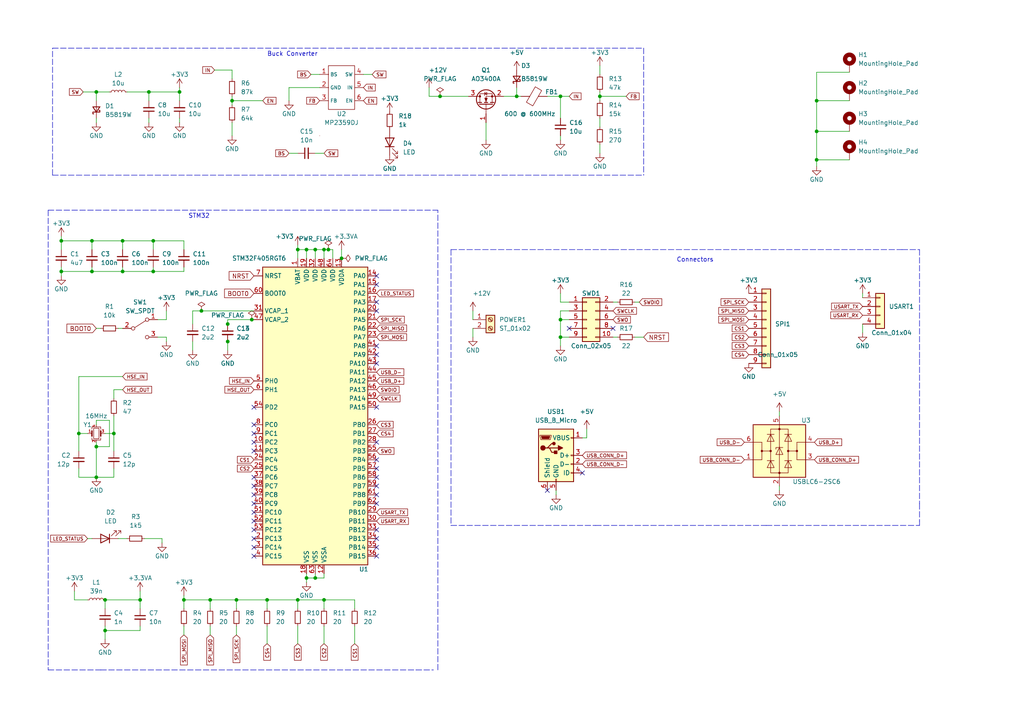
<source format=kicad_sch>
(kicad_sch (version 20211123) (generator eeschema)
  (paper "A4")
  (title_block (title "MCU") (date "2022-10-27") (rev "1.0") (company "RoBEC"))
  (junction (at 86.36 173.99))
  (junction (at 91.44 167.64))
  (junction (at 44.45 78.74))
  (junction (at 236.855 38.1))
  (junction (at 66.04 93.98))
  (junction (at 173.99 27.94))
  (junction (at 35.56 69.85))
  (junction (at 53.34 173.99))
  (junction (at 68.58 173.99))
  (junction (at 162.56 27.94))
  (junction (at 77.47 173.99))
  (junction (at 236.855 46.355))
  (junction (at 43.18 26.67))
  (junction (at 93.98 173.99))
  (junction (at 27.94 26.67))
  (junction (at 162.56 92.71))
  (junction (at 86.36 72.39))
  (junction (at 22.86 125.73))
  (junction (at 33.02 125.73))
  (junction (at 27.94 138.43))
  (junction (at 67.31 29.21))
  (junction (at 30.48 173.99))
  (junction (at 44.45 69.85))
  (junction (at 95.25 72.39))
  (junction (at 52.07 26.67))
  (junction (at 91.44 72.39))
  (junction (at 93.98 72.39))
  (junction (at 73.025 92.71))
  (junction (at 149.86 27.94))
  (junction (at 26.67 78.74))
  (junction (at 88.9 167.64))
  (junction (at 162.56 97.79))
  (junction (at 30.48 182.88))
  (junction (at 58.42 90.17))
  (junction (at 60.96 173.99))
  (junction (at 66.04 99.06))
  (junction (at 27.94 129.54))
  (junction (at 99.06 74.93))
  (junction (at 17.78 69.85))
  (junction (at 40.64 173.99))
  (junction (at 236.855 29.21))
  (junction (at 35.56 78.74))
  (junction (at 88.9 72.39))
  (junction (at 17.78 78.74))
  (junction (at 127.635 27.94))
  (junction (at 26.67 69.85))
  (no_connect (at 73.66 156.21))
  (no_connect (at 109.22 138.43))
  (no_connect (at 109.22 135.89))
  (no_connect (at 73.66 130.81))
  (no_connect (at 109.22 87.63))
  (no_connect (at 109.22 146.05))
  (no_connect (at 109.22 153.67))
  (no_connect (at 109.22 143.51))
  (no_connect (at 73.66 153.67))
  (no_connect (at 165.1 95.25))
  (no_connect (at 109.22 100.33))
  (no_connect (at 109.22 133.35))
  (no_connect (at 109.22 140.97))
  (no_connect (at 73.66 128.27))
  (no_connect (at 73.66 161.29))
  (no_connect (at 109.22 80.01))
  (no_connect (at 73.66 118.11))
  (no_connect (at 73.66 140.97))
  (no_connect (at 109.22 156.21))
  (no_connect (at 109.22 128.27))
  (no_connect (at 73.66 146.05))
  (no_connect (at 73.66 138.43))
  (no_connect (at 73.66 151.13))
  (no_connect (at 73.66 125.73))
  (no_connect (at 109.22 102.87))
  (no_connect (at 109.22 105.41))
  (no_connect (at 73.66 123.19))
  (no_connect (at 73.66 158.75))
  (no_connect (at 109.22 161.29))
  (no_connect (at 158.75 142.24))
  (no_connect (at 168.91 137.16))
  (no_connect (at 109.22 118.11))
  (no_connect (at 109.22 82.55))
  (no_connect (at 109.22 90.17))
  (no_connect (at 73.66 143.51))
  (no_connect (at 177.8 95.25))
  (no_connect (at 109.22 158.75))
  (no_connect (at 73.66 148.59))
  (wire (pts (xy 77.47 186.69) (xy 77.47 181.61)))
  (wire (pts (xy 149.86 25.4) (xy 149.86 27.94)))
  (polyline (pts (xy 266.7 152.4) (xy 266.7 151.13)))
  (wire (pts (xy 162.56 39.37) (xy 162.56 40.64)))
  (wire (pts (xy 60.96 181.61) (xy 60.96 184.15)))
  (wire (pts (xy 93.98 186.69) (xy 93.98 181.61)))
  (wire (pts (xy 83.82 44.45) (xy 86.36 44.45)))
  (wire (pts (xy 162.56 27.94) (xy 165.1 27.94)))
  (wire (pts (xy 236.855 48.26) (xy 236.855 46.355)))
  (wire (pts (xy 27.94 26.67) (xy 27.94 29.21)))
  (wire (pts (xy 146.05 27.94) (xy 149.86 27.94)))
  (polyline (pts (xy 130.81 152.4) (xy 172.72 152.4)))
  (wire (pts (xy 99.06 74.93) (xy 99.06 72.39)))
  (wire (pts (xy 34.29 95.25) (xy 35.56 95.25)))
  (wire (pts (xy 86.36 176.53) (xy 86.36 173.99)))
  (wire (pts (xy 17.78 69.85) (xy 26.67 69.85)))
  (wire (pts (xy 35.56 69.85) (xy 35.56 72.39)))
  (wire (pts (xy 26.67 69.85) (xy 26.67 72.39)))
  (wire (pts (xy 40.64 181.61) (xy 40.64 182.88)))
  (wire (pts (xy 66.04 93.98) (xy 66.04 92.71)))
  (wire (pts (xy 165.1 92.71) (xy 162.56 92.71)))
  (wire (pts (xy 44.45 69.85) (xy 44.45 72.39)))
  (wire (pts (xy 88.9 167.64) (xy 88.9 168.91)))
  (wire (pts (xy 44.45 78.74) (xy 35.56 78.74)))
  (wire (pts (xy 33.02 115.57) (xy 33.02 113.03)))
  (polyline (pts (xy 177.8 72.39) (xy 261.62 72.39)))
  (wire (pts (xy 62.23 20.32) (xy 67.31 20.32)))
  (wire (pts (xy 95.25 72.39) (xy 96.52 72.39)))
  (wire (pts (xy 17.78 77.47) (xy 17.78 78.74)))
  (wire (pts (xy 173.99 41.91) (xy 173.99 44.45)))
  (wire (pts (xy 161.29 142.24) (xy 161.29 143.51)))
  (wire (pts (xy 88.9 72.39) (xy 86.36 72.39)))
  (wire (pts (xy 86.36 173.99) (xy 93.98 173.99)))
  (wire (pts (xy 17.78 68.58) (xy 17.78 69.85)))
  (wire (pts (xy 33.02 113.03) (xy 35.56 113.03)))
  (wire (pts (xy 67.31 29.21) (xy 76.2 29.21)))
  (wire (pts (xy 43.18 26.67) (xy 52.07 26.67)))
  (polyline (pts (xy 13.97 194.31) (xy 29.21 194.31)))
  (wire (pts (xy 73.025 92.71) (xy 73.66 92.71)))
  (wire (pts (xy 226.06 142.24) (xy 226.06 140.97)))
  (wire (pts (xy 105.41 21.59) (xy 107.95 21.59)))
  (wire (pts (xy 67.31 35.56) (xy 67.31 39.37)))
  (wire (pts (xy 77.47 176.53) (xy 77.47 173.99)))
  (wire (pts (xy 30.48 125.73) (xy 33.02 125.73)))
  (wire (pts (xy 91.44 72.39) (xy 93.98 72.39)))
  (wire (pts (xy 45.72 92.71) (xy 48.26 92.71)))
  (wire (pts (xy 27.94 129.54) (xy 27.94 128.27)))
  (wire (pts (xy 93.98 72.39) (xy 95.25 72.39)))
  (wire (pts (xy 31.75 129.54) (xy 27.94 129.54)))
  (wire (pts (xy 26.67 69.85) (xy 35.56 69.85)))
  (polyline (pts (xy 261.62 72.39) (xy 266.7 72.39)))
  (wire (pts (xy 67.31 20.32) (xy 67.31 22.86)))
  (wire (pts (xy 162.56 92.71) (xy 162.56 97.79)))
  (wire (pts (xy 165.1 97.79) (xy 162.56 97.79)))
  (wire (pts (xy 91.44 167.64) (xy 88.9 167.64)))
  (wire (pts (xy 92.71 25.4) (xy 83.82 25.4)))
  (polyline (pts (xy 222.25 152.4) (xy 266.7 152.4)))
  (wire (pts (xy 173.99 34.29) (xy 173.99 36.83)))
  (wire (pts (xy 55.88 90.17) (xy 58.42 90.17)))
  (wire (pts (xy 48.26 99.06) (xy 48.26 97.79)))
  (wire (pts (xy 40.64 171.45) (xy 40.64 173.99)))
  (wire (pts (xy 173.99 26.67) (xy 173.99 27.94)))
  (wire (pts (xy 93.98 167.64) (xy 91.44 167.64)))
  (polyline (pts (xy 186.69 13.97) (xy 186.69 50.8)))
  (wire (pts (xy 173.99 27.94) (xy 173.99 29.21)))
  (wire (pts (xy 27.94 129.54) (xy 27.94 138.43)))
  (wire (pts (xy 91.44 44.45) (xy 93.98 44.45)))
  (wire (pts (xy 52.07 25.4) (xy 52.07 26.67)))
  (wire (pts (xy 68.58 173.99) (xy 60.96 173.99)))
  (wire (pts (xy 43.18 34.29) (xy 43.18 35.56)))
  (wire (pts (xy 184.15 97.79) (xy 186.69 97.79)))
  (wire (pts (xy 22.86 135.89) (xy 22.86 138.43)))
  (wire (pts (xy 25.4 156.21) (xy 26.67 156.21)))
  (wire (pts (xy 34.29 156.21) (xy 36.83 156.21)))
  (wire (pts (xy 91.44 74.93) (xy 91.44 72.39)))
  (wire (pts (xy 22.86 138.43) (xy 27.94 138.43)))
  (wire (pts (xy 177.8 87.63) (xy 179.07 87.63)))
  (wire (pts (xy 162.56 97.79) (xy 162.56 100.33)))
  (wire (pts (xy 17.78 69.85) (xy 17.78 72.39)))
  (wire (pts (xy 33.02 135.89) (xy 33.02 138.43)))
  (wire (pts (xy 48.26 92.71) (xy 48.26 90.17)))
  (wire (pts (xy 26.67 77.47) (xy 26.67 78.74)))
  (polyline (pts (xy 29.21 194.31) (xy 120.65 194.31)))
  (wire (pts (xy 44.45 69.85) (xy 53.34 69.85)))
  (wire (pts (xy 149.86 27.94) (xy 151.13 27.94)))
  (wire (pts (xy 162.56 85.09) (xy 162.56 87.63)))
  (wire (pts (xy 236.855 38.1) (xy 246.38 38.1)))
  (wire (pts (xy 27.94 121.92) (xy 27.94 123.19)))
  (wire (pts (xy 124.46 27.94) (xy 127.635 27.94)))
  (wire (pts (xy 88.9 74.93) (xy 88.9 72.39)))
  (polyline (pts (xy 172.72 152.4) (xy 222.25 152.4)))
  (wire (pts (xy 33.02 138.43) (xy 27.94 138.43)))
  (polyline (pts (xy 111.76 60.96) (xy 127 60.96)))
  (polyline (pts (xy 266.7 104.14) (xy 266.7 146.05)))
  (wire (pts (xy 68.58 181.61) (xy 68.58 184.15)))
  (wire (pts (xy 22.86 125.73) (xy 25.4 125.73)))
  (wire (pts (xy 91.44 166.37) (xy 91.44 167.64)))
  (wire (pts (xy 35.56 77.47) (xy 35.56 78.74)))
  (wire (pts (xy 60.96 173.99) (xy 60.96 176.53)))
  (wire (pts (xy 55.88 93.98) (xy 55.88 90.17)))
  (wire (pts (xy 77.47 173.99) (xy 86.36 173.99)))
  (wire (pts (xy 27.94 121.92) (xy 31.75 121.92)))
  (wire (pts (xy 33.02 120.65) (xy 33.02 125.73)))
  (wire (pts (xy 162.56 90.17) (xy 162.56 92.71)))
  (wire (pts (xy 226.06 119.38) (xy 226.06 120.65)))
  (polyline (pts (xy 266.7 146.05) (xy 266.7 151.13)))
  (wire (pts (xy 53.34 77.47) (xy 53.34 78.74)))
  (wire (pts (xy 17.78 78.74) (xy 17.78 80.01)))
  (wire (pts (xy 53.34 173.99) (xy 53.34 172.72)))
  (polyline (pts (xy 15.24 13.97) (xy 186.69 13.97)))
  (wire (pts (xy 250.19 93.98) (xy 250.19 96.52)))
  (wire (pts (xy 53.34 78.74) (xy 44.45 78.74)))
  (wire (pts (xy 236.855 38.1) (xy 236.855 29.21)))
  (polyline (pts (xy 130.81 72.39) (xy 177.8 72.39)))
  (wire (pts (xy 52.07 26.67) (xy 52.07 29.21)))
  (wire (pts (xy 68.58 173.99) (xy 77.47 173.99)))
  (wire (pts (xy 48.26 97.79) (xy 45.72 97.79)))
  (wire (pts (xy 58.42 90.17) (xy 73.66 90.17)))
  (wire (pts (xy 165.1 87.63) (xy 162.56 87.63)))
  (wire (pts (xy 31.75 121.92) (xy 31.75 129.54)))
  (wire (pts (xy 53.34 69.85) (xy 53.34 72.39)))
  (wire (pts (xy 177.8 97.79) (xy 179.07 97.79)))
  (wire (pts (xy 140.97 35.56) (xy 140.97 40.64)))
  (wire (pts (xy 236.855 46.355) (xy 246.38 46.355)))
  (wire (pts (xy 165.1 90.17) (xy 162.56 90.17)))
  (polyline (pts (xy 130.81 72.39) (xy 130.81 152.4)))
  (wire (pts (xy 67.31 27.94) (xy 67.31 29.21)))
  (wire (pts (xy 102.87 173.99) (xy 102.87 176.53)))
  (wire (pts (xy 250.19 85.09) (xy 250.19 86.36)))
  (polyline (pts (xy 127 194.31) (xy 127 60.96)))
  (polyline (pts (xy 266.7 72.39) (xy 266.7 104.14)))
  (wire (pts (xy 27.94 95.25) (xy 29.21 95.25)))
  (wire (pts (xy 26.67 78.74) (xy 17.78 78.74)))
  (wire (pts (xy 124.46 25.4) (xy 124.46 27.94)))
  (wire (pts (xy 246.38 29.21) (xy 236.855 29.21)))
  (wire (pts (xy 68.58 173.99) (xy 68.58 176.53)))
  (wire (pts (xy 184.15 87.63) (xy 185.42 87.63)))
  (wire (pts (xy 236.855 38.1) (xy 236.855 46.355)))
  (wire (pts (xy 90.17 21.59) (xy 92.71 21.59)))
  (wire (pts (xy 21.59 173.99) (xy 21.59 171.45)))
  (wire (pts (xy 88.9 166.37) (xy 88.9 167.64)))
  (wire (pts (xy 86.36 71.12) (xy 86.36 72.39)))
  (wire (pts (xy 27.94 34.29) (xy 27.94 35.56)))
  (wire (pts (xy 36.83 26.67) (xy 43.18 26.67)))
  (wire (pts (xy 236.855 29.21) (xy 236.855 20.955)))
  (wire (pts (xy 43.18 26.67) (xy 43.18 29.21)))
  (wire (pts (xy 35.56 78.74) (xy 26.67 78.74)))
  (wire (pts (xy 96.52 74.93) (xy 96.52 72.39)))
  (wire (pts (xy 53.34 176.53) (xy 53.34 173.99)))
  (wire (pts (xy 30.48 182.88) (xy 30.48 181.61)))
  (wire (pts (xy 46.99 156.21) (xy 46.99 157.48)))
  (wire (pts (xy 83.82 25.4) (xy 83.82 29.21)))
  (wire (pts (xy 60.96 173.99) (xy 53.34 173.99)))
  (wire (pts (xy 27.94 26.67) (xy 31.75 26.67)))
  (wire (pts (xy 53.34 184.15) (xy 53.34 181.61)))
  (polyline (pts (xy 13.97 60.96) (xy 111.76 60.96)))
  (wire (pts (xy 40.64 182.88) (xy 30.48 182.88)))
  (wire (pts (xy 55.88 99.06) (xy 55.88 101.6)))
  (wire (pts (xy 173.99 19.05) (xy 173.99 21.59)))
  (wire (pts (xy 170.18 124.46) (xy 170.18 127)))
  (wire (pts (xy 44.45 77.47) (xy 44.45 78.74)))
  (wire (pts (xy 93.98 173.99) (xy 102.87 173.99)))
  (wire (pts (xy 158.75 27.94) (xy 162.56 27.94)))
  (wire (pts (xy 93.98 176.53) (xy 93.98 173.99)))
  (wire (pts (xy 24.13 26.67) (xy 27.94 26.67)))
  (wire (pts (xy 30.48 173.99) (xy 30.48 176.53)))
  (wire (pts (xy 35.56 69.85) (xy 44.45 69.85)))
  (polyline (pts (xy 15.24 50.8) (xy 186.69 50.8)))
  (wire (pts (xy 66.04 99.06) (xy 66.04 101.6)))
  (wire (pts (xy 137.16 95.25) (xy 137.16 97.79)))
  (wire (pts (xy 25.4 173.99) (xy 21.59 173.99)))
  (wire (pts (xy 127.635 27.94) (xy 135.89 27.94)))
  (wire (pts (xy 93.98 74.93) (xy 93.98 72.39)))
  (wire (pts (xy 173.99 27.94) (xy 181.61 27.94)))
  (wire (pts (xy 30.48 182.88) (xy 30.48 185.42)))
  (wire (pts (xy 86.36 186.69) (xy 86.36 181.61)))
  (wire (pts (xy 137.16 92.71) (xy 137.16 90.17)))
  (polyline (pts (xy 120.65 194.31) (xy 125.73 194.31)))
  (wire (pts (xy 91.44 72.39) (xy 88.9 72.39)))
  (wire (pts (xy 66.04 92.71) (xy 73.025 92.71)))
  (wire (pts (xy 86.36 72.39) (xy 86.36 74.93)))
  (polyline (pts (xy 13.97 60.96) (xy 13.97 194.31)))
  (wire (pts (xy 52.07 34.29) (xy 52.07 35.56)))
  (wire (pts (xy 22.86 109.22) (xy 35.56 109.22)))
  (wire (pts (xy 41.91 156.21) (xy 46.99 156.21)))
  (wire (pts (xy 93.98 166.37) (xy 93.98 167.64)))
  (wire (pts (xy 33.02 125.73) (xy 33.02 130.81)))
  (wire (pts (xy 22.86 130.81) (xy 22.86 125.73)))
  (wire (pts (xy 168.91 127) (xy 170.18 127)))
  (wire (pts (xy 40.64 173.99) (xy 30.48 173.99)))
  (wire (pts (xy 162.56 27.94) (xy 162.56 34.29)))
  (wire (pts (xy 40.64 176.53) (xy 40.64 173.99)))
  (wire (pts (xy 236.855 20.955) (xy 246.38 20.955)))
  (wire (pts (xy 67.31 29.21) (xy 67.31 30.48)))
  (wire (pts (xy 22.86 125.73) (xy 22.86 109.22)))
  (wire (pts (xy 102.87 181.61) (xy 102.87 186.69)))
  (polyline (pts (xy 15.24 50.8) (xy 15.24 13.97)))
  (text "STM32\n" (at 54.61 63.5 0) (effects (font (size 1.27 1.27)) (justify left bottom)))
  (text "Buck Converter" (at 77.47 16.51 0) (effects (font (size 1.27 1.27)) (justify left bottom)))
  (text "NOTES" (at 370.84 6.35 180) (effects (font (size 2.54 2.54)) (justify right bottom)))
  (text "Each CS comes from a GPIO-output and serves the role of selecting either of the motor drivers.\n" (at 406.4 22.86 0) (effects (font (size 1.27 1.27)) (justify right bottom)))
  (text "The schotky diode after the mosfet in the power source serves as an OR gate that provides alternative power from the USB when SC is not connected to power.\n " (at 468.63 17.78 0) (effects (font (size 1.27 1.27)) (justify right bottom)))
  (text "Connectors" (at 207.01 76.2 180) (effects (font (size 1.27 1.27)) (justify right bottom)))
  (global_label "USB_CONN_D-" (shape input) (at 215.9 133.35 180) (effects (font (size 1 1))) (property "Intersheet References" "${INTERSHEET_REFS}" (effects hide)))
  (global_label "BS" (shape input) (at 90.17 21.59 180) (effects (font (size 1 1))) (property "Intersheet References" "${INTERSHEET_REFS}" (effects hide)))
  (global_label "BOOT0" (shape input) (at 73.66 85.09 180) (property "Intersheet References" "${INTERSHEET_REFS}" (effects hide)))
  (global_label "SPI_MOSI" (shape input) (at 53.34 184.15 270) (effects (font (size 1 1))) (property "Intersheet References" "${INTERSHEET_REFS}" (effects hide)))
  (global_label "USB_CONN_D+" (shape input) (at 236.22 133.35 0) (effects (font (size 1 1))) (property "Intersheet References" "${INTERSHEET_REFS}" (effects hide)))
  (global_label "USB_CONN_D-" (shape input) (at 168.91 134.62 0) (effects (font (size 1 1))) (property "Intersheet References" "${INTERSHEET_REFS}" (effects hide)))
  (global_label "SWCLK" (shape input) (at 109.22 115.57 0) (effects (font (size 1 1))) (property "Intersheet References" "${INTERSHEET_REFS}" (effects hide)))
  (global_label "SWDIO" (shape input) (at 109.22 113.03 0) (effects (font (size 1 1))) (property "Intersheet References" "${INTERSHEET_REFS}" (effects hide)))
  (global_label "CS4" (shape input) (at 217.17 102.87 180) (effects (font (size 1 1))) (property "Intersheet References" "${INTERSHEET_REFS}" (effects hide)))
  (global_label "CS3" (shape input) (at 109.22 123.19 0) (effects (font (size 1 1))) (property "Intersheet References" "${INTERSHEET_REFS}" (effects hide)))
  (global_label "SWDIO" (shape input) (at 185.42 87.63 0) (effects (font (size 1 1))) (property "Intersheet References" "${INTERSHEET_REFS}" (effects hide)))
  (global_label "SPI_SCK" (shape input) (at 109.22 92.71 0) (effects (font (size 1 1))) (property "Intersheet References" "${INTERSHEET_REFS}" (effects hide)))
  (global_label "SW" (shape input) (at 24.13 26.67 180) (effects (font (size 1 1))) (property "Intersheet References" "${INTERSHEET_REFS}" (effects hide)))
  (global_label "USART_RX" (shape input) (at 250.19 91.44 180) (effects (font (size 1 1))) (property "Intersheet References" "${INTERSHEET_REFS}" (effects hide)))
  (global_label "CS4" (shape input) (at 109.22 125.73 0) (effects (font (size 1 1))) (property "Intersheet References" "${INTERSHEET_REFS}" (effects hide)))
  (global_label "EN" (shape input) (at 105.41 29.21 0) (effects (font (size 1 1))) (property "Intersheet References" "${INTERSHEET_REFS}" (effects hide)))
  (global_label "IN" (shape input) (at 62.23 20.32 180) (effects (font (size 1 1))) (property "Intersheet References" "${INTERSHEET_REFS}" (effects hide)))
  (global_label "CS2" (shape input) (at 217.17 97.79 180) (effects (font (size 1 1))) (property "Intersheet References" "${INTERSHEET_REFS}" (effects hide)))
  (global_label "CS1" (shape input) (at 73.66 133.35 180) (effects (font (size 1 1))) (property "Intersheet References" "${INTERSHEET_REFS}" (effects hide)))
  (global_label "USB_D-" (shape input) (at 215.9 128.27 180) (effects (font (size 1 1))) (property "Intersheet References" "${INTERSHEET_REFS}" (effects hide)))
  (global_label "CS2" (shape input) (at 73.66 135.89 180) (effects (font (size 1 1))) (property "Intersheet References" "${INTERSHEET_REFS}" (effects hide)))
  (global_label "HSE_IN" (shape input) (at 73.66 110.49 180) (effects (font (size 1 1))) (property "Intersheet References" "${INTERSHEET_REFS}" (effects hide)))
  (global_label "CS1" (shape input) (at 217.17 95.25 180) (effects (font (size 1 1))) (property "Intersheet References" "${INTERSHEET_REFS}" (effects hide)))
  (global_label "EN" (shape input) (at 76.2 29.21 0) (effects (font (size 1 1))) (property "Intersheet References" "${INTERSHEET_REFS}" (effects hide)))
  (global_label "USB_D+" (shape input) (at 236.22 128.27 0) (effects (font (size 1 1))) (property "Intersheet References" "${INTERSHEET_REFS}" (effects hide)))
  (global_label "CS3" (shape input) (at 217.17 100.33 180) (effects (font (size 1 1))) (property "Intersheet References" "${INTERSHEET_REFS}" (effects hide)))
  (global_label "SW" (shape input) (at 93.98 44.45 0) (effects (font (size 1 1))) (property "Intersheet References" "${INTERSHEET_REFS}" (effects hide)))
  (global_label "SPI_MISO" (shape input) (at 109.22 95.25 0) (effects (font (size 1 1))) (property "Intersheet References" "${INTERSHEET_REFS}" (effects hide)))
  (global_label "SPI_MOSI" (shape input) (at 217.17 92.71 180) (effects (font (size 1 1))) (property "Intersheet References" "${INTERSHEET_REFS}" (effects hide)))
  (global_label "CS4" (shape input) (at 77.47 186.69 270) (effects (font (size 1 1))) (property "Intersheet References" "${INTERSHEET_REFS}" (effects hide)))
  (global_label "USB_CONN_D+" (shape input) (at 168.91 132.08 0) (effects (font (size 1 1))) (property "Intersheet References" "${INTERSHEET_REFS}" (effects hide)))
  (global_label "SPI_MOSI" (shape input) (at 109.22 97.79 0) (effects (font (size 1 1))) (property "Intersheet References" "${INTERSHEET_REFS}" (effects hide)))
  (global_label "USB_D+" (shape input) (at 109.22 110.49 0) (effects (font (size 1 1))) (property "Intersheet References" "${INTERSHEET_REFS}" (effects hide)))
  (global_label "SW" (shape input) (at 107.95 21.59 0) (effects (font (size 1 1))) (property "Intersheet References" "${INTERSHEET_REFS}" (effects hide)))
  (global_label "LED_STATUS" (shape input) (at 25.4 156.21 180) (effects (font (size 1 1))) (property "Intersheet References" "${INTERSHEET_REFS}" (effects hide)))
  (global_label "USART_RX" (shape input) (at 109.22 151.13 0) (effects (font (size 1 1))) (property "Intersheet References" "${INTERSHEET_REFS}" (effects hide)))
  (global_label "BOOT0" (shape input) (at 27.94 95.25 180) (property "Intersheet References" "${INTERSHEET_REFS}" (effects hide)))
  (global_label "SPI_SCK" (shape input) (at 217.17 87.63 180) (effects (font (size 1 1))) (property "Intersheet References" "${INTERSHEET_REFS}" (effects hide)))
  (global_label "FB" (shape input) (at 92.71 29.21 180) (effects (font (size 1 1))) (property "Intersheet References" "${INTERSHEET_REFS}" (effects hide)))
  (global_label "IN" (shape input) (at 165.1 27.94 0) (effects (font (size 1 1))) (property "Intersheet References" "${INTERSHEET_REFS}" (effects hide)))
  (global_label "IN" (shape input) (at 105.41 25.4 0) (effects (font (size 1 1))) (property "Intersheet References" "${INTERSHEET_REFS}" (effects hide)))
  (global_label "CS3" (shape input) (at 86.36 186.69 270) (effects (font (size 1 1))) (property "Intersheet References" "${INTERSHEET_REFS}" (effects hide)))
  (global_label "USART_TX" (shape input) (at 109.22 148.59 0) (effects (font (size 1 1))) (property "Intersheet References" "${INTERSHEET_REFS}" (effects hide)))
  (global_label "HSE_OUT" (shape input) (at 73.66 113.03 180) (effects (font (size 1 1))) (property "Intersheet References" "${INTERSHEET_REFS}" (effects hide)))
  (global_label "SPI_MISO" (shape input) (at 60.96 184.15 270) (effects (font (size 1 1))) (property "Intersheet References" "${INTERSHEET_REFS}" (effects hide)))
  (global_label "FB" (shape input) (at 181.61 27.94 0) (effects (font (size 1 1))) (property "Intersheet References" "${INTERSHEET_REFS}" (effects hide)))
  (global_label "NRST" (shape input) (at 186.69 97.79 0) (property "Intersheet References" "${INTERSHEET_REFS}" (effects hide)))
  (global_label "SWO" (shape input) (at 109.22 130.81 0) (effects (font (size 1 1))) (property "Intersheet References" "${INTERSHEET_REFS}" (effects hide)))
  (global_label "SWCLK" (shape input) (at 177.8 90.17 0) (effects (font (size 1 1))) (property "Intersheet References" "${INTERSHEET_REFS}" (effects hide)))
  (global_label "HSE_OUT" (shape input) (at 35.56 113.03 0) (effects (font (size 1 1))) (property "Intersheet References" "${INTERSHEET_REFS}" (effects hide)))
  (global_label "CS1" (shape input) (at 102.87 186.69 270) (effects (font (size 1 1))) (property "Intersheet References" "${INTERSHEET_REFS}" (effects hide)))
  (global_label "SPI_SCK" (shape input) (at 68.58 184.15 270) (effects (font (size 1 1))) (property "Intersheet References" "${INTERSHEET_REFS}" (effects hide)))
  (global_label "BS" (shape input) (at 83.82 44.45 180) (effects (font (size 1 1))) (property "Intersheet References" "${INTERSHEET_REFS}" (effects hide)))
  (global_label "SWO" (shape input) (at 177.8 92.71 0) (effects (font (size 1 1))) (property "Intersheet References" "${INTERSHEET_REFS}" (effects hide)))
  (global_label "CS2" (shape input) (at 93.98 186.69 270) (effects (font (size 1 1))) (property "Intersheet References" "${INTERSHEET_REFS}" (effects hide)))
  (global_label "SPI_MISO" (shape input) (at 217.17 90.17 180) (effects (font (size 1 1))) (property "Intersheet References" "${INTERSHEET_REFS}" (effects hide)))
  (global_label "LED_STATUS" (shape input) (at 109.22 85.09 0) (effects (font (size 1 1))) (property "Intersheet References" "${INTERSHEET_REFS}" (effects hide)))
  (global_label "USART_TX" (shape input) (at 250.19 88.9 180) (effects (font (size 1 1))) (property "Intersheet References" "${INTERSHEET_REFS}" (effects hide)))
  (global_label "HSE_IN" (shape input) (at 35.56 109.22 0) (effects (font (size 1 1))) (property "Intersheet References" "${INTERSHEET_REFS}" (effects hide)))
  (global_label "NRST" (shape input) (at 73.66 80.01 180) (property "Intersheet References" "${INTERSHEET_REFS}" (effects hide)))
  (global_label "USB_D-" (shape input) (at 109.22 107.95 0) (effects (font (size 1 1))) (property "Intersheet References" "${INTERSHEET_REFS}" (effects hide)))
  (symbol (lib_id "Connector_Generic:Conn_01x04") (at 255.27 88.9 0) (unit 1)
    (property "Reference" "USART1" (at 257.81 88.8999 0) (effects (justify left)))
    (property "Value" "Conn_01x04" (at 252.73 96.52 0) (effects (justify left)))
    (property "Footprint" "Connector_PinHeader_1.00mm:PinHeader_1x04_P1.00mm_Vertical" (effects hide))
  )
  (symbol (lib_id "Device:C_Small") (at 88.9 44.45 90) (unit 1)
    (property "Reference" "C15" (at 88.9063 38.1 90))
    (property "Value" "10n" (at 88.9063 40.64 90))
    (property "Footprint" "Capacitor_SMD:C_0402_1005Metric" (effects hide))
  )
  (symbol (lib_id "power:GND") (at 137.16 97.79 0) (unit 1)
    (property "Reference" "#PWR0124" (effects hide))
    (property "Value" "GND" (at 137.16 101.6 0))
  )
  (symbol (lib_id "power:GND") (at 173.99 44.45 0) (unit 1)
    (property "Reference" "#PWR0119" (effects hide))
    (property "Value" "GND" (at 173.99 48.26 0))
  )
  (symbol (lib_id "power:GND") (at 161.29 143.51 0) (unit 1)
    (property "Reference" "#PWR03" (effects hide))
    (property "Value" "GND" (at 161.29 147.32 0))
  )
  (symbol (lib_id "power:GND") (at 17.78 80.01 0) (unit 1)
    (property "Reference" "#PWR0110" (effects hide))
    (property "Value" "GND" (at 17.78 83.82 0))
  )
  (symbol (lib_id "MCU_ST_STM32F4:STM32F405RGTx") (at 91.44 120.65 0) (unit 1)
    (property "Reference" "U1" (at 104.14 165.1 0) (effects (justify left)))
    (property "Value" "STM32F405RGT6" (at 67.31 74.93 0) (effects (justify left)))
    (property "Footprint" "Package_QFP:LQFP-64_10x10mm_P0.5mm" (effects hide))
    (property "Datasheet" "http://www.st.com/st-web-ui/static/active/en/resource/technical/document/datasheet/DM00037051.pdf" (effects hide))
  )
  (symbol (lib_id "power:GND") (at 162.56 100.33 0) (unit 1)
    (property "Reference" "#PWR0126" (effects hide))
    (property "Value" "GND" (at 162.56 104.14 0))
  )
  (symbol (lib_id "Device:C_Small") (at 22.86 133.35 0) (unit 1)
    (property "Reference" "C2" (at 17.78 132.08 0) (effects (justify left)))
    (property "Value" "12p" (at 16.51 134.62 0) (effects (justify left)))
    (property "Footprint" "Capacitor_SMD:C_0603_1608Metric" (effects hide))
  )
  (symbol (lib_id "power:+12V") (at 124.46 25.4 0) (unit 1)
    (property "Reference" "#PWR0117" (effects hide))
    (property "Value" "+12V" (at 127 20.32 0))
  )
  (symbol (lib_id "Device:C_Small") (at 55.88 96.52 0) (unit 1)
    (property "Reference" "C12" (at 58.42 95.2562 0) (effects (justify left)))
    (property "Value" "2u2" (at 58.42 97.7962 0) (effects (justify left)))
    (property "Footprint" "Capacitor_SMD:C_0805_2012Metric" (effects hide))
  )
  (symbol (lib_id "power:PWR_FLAG") (at 58.42 90.17 0) (unit 1)
    (property "Reference" "#FLG0105" (effects hide))
    (property "Value" "PWR_FLAG" (at 58.42 85.09 0))
  )
  (symbol (lib_id "power:GND") (at 52.07 35.56 0) (unit 1)
    (property "Reference" "#PWR0123" (effects hide))
    (property "Value" "GND" (at 52.07 39.37 0))
  )
  (symbol (lib_id "Moshte:MP2359DJ") (at 99.06 31.75 0) (unit 1)
    (property "Reference" "U2" (at 99.06 33.02 0))
    (property "Value" "MP2359DJ" (at 99.06 35.56 0))
    (property "Footprint" "Moshte:MP2359DJ" (effects hide))
  )
  (symbol (lib_id "power:GND") (at 236.855 48.26 0) (unit 1)
    (property "Reference" "#PWR0130" (effects hide))
    (property "Value" "GND" (at 236.855 52.07 0))
  )
  (symbol (lib_id "Device:C_Small") (at 43.18 31.75 180) (unit 1)
    (property "Reference" "C8" (at 45.72 30.4735 0) (effects (justify right)))
    (property "Value" "10u" (at 45.72 33.0135 0) (effects (justify right)))
    (property "Footprint" "Capacitor_SMD:C_0805_2012Metric" (effects hide))
  )
  (symbol (lib_id "Device:R_Small") (at 93.98 179.07 0) (unit 1)
    (property "Reference" "R11" (at 96.52 177.7999 0) (effects (justify left)))
    (property "Value" "20" (at 96.52 180.3399 0) (effects (justify left)))
    (property "Footprint" "Resistor_SMD:R_0201_0603Metric" (effects hide))
  )
  (symbol (lib_id "Device:L_Small") (at 27.94 173.99 90) (unit 1)
    (property "Reference" "L1" (at 27.94 168.91 90))
    (property "Value" "39n" (at 27.94 171.45 90))
    (property "Footprint" "Inductor_SMD:L_Sunlord_MWSA0518_5.4x5.2mm" (effects hide))
  )
  (symbol (lib_id "Device:R_Small") (at 181.61 97.79 90) (unit 1)
    (property "Reference" "R17" (at 181.61 95.25 90))
    (property "Value" "22" (at 181.61 100.33 90))
    (property "Footprint" "Resistor_SMD:R_0201_0603Metric" (effects hide))
  )
  (symbol (lib_id "power:GND") (at 30.48 185.42 0) (unit 1)
    (property "Reference" "#PWR0114" (effects hide))
    (property "Value" "GND" (at 30.48 189.23 0))
  )
  (symbol (lib_id "power:PWR_FLAG") (at 73.025 92.71 0) (unit 1)
    (property "Reference" "#FLG0106" (effects hide))
    (property "Value" "PWR_FLAG" (at 66.04 91.44 0))
  )
  (symbol (lib_id "power:GND") (at 226.06 142.24 0) (unit 1)
    (property "Reference" "#PWR08" (effects hide))
    (property "Value" "GND" (at 226.06 146.05 0))
  )
  (symbol (lib_id "power:GND") (at 162.56 40.64 0) (unit 1)
    (property "Reference" "#PWR0116" (effects hide))
    (property "Value" "GND" (at 162.56 44.45 0))
  )
  (symbol (lib_id "Device:R_Small") (at 31.75 95.25 270) (unit 1)
    (property "Reference" "R1" (at 31.75 88.9 90))
    (property "Value" "10k" (at 31.75 91.44 90))
    (property "Footprint" "Resistor_SMD:R_0201_0603Metric" (effects hide))
  )
  (symbol (lib_id "Device:R_Small") (at 173.99 31.75 0) (unit 1)
    (property "Reference" "R14" (at 176.53 30.4799 0) (effects (justify left)))
    (property "Value" "15k" (at 176.53 33.0199 0) (effects (justify left)))
    (property "Footprint" "Resistor_SMD:R_0201_0603Metric" (effects hide))
  )
  (symbol (lib_id "power:+3.3V") (at 162.56 85.09 0) (unit 1)
    (property "Reference" "#PWR0128" (effects hide))
    (property "Value" "+3.3V" (at 162.56 81.28 0))
  )
  (symbol (lib_id "Device:R_Small") (at 113.03 34.925 0) (unit 1)
    (property "Reference" "R18" (at 115.57 33.6549 0) (effects (justify left)))
    (property "Value" "1k" (at 115.57 36.1949 0) (effects (justify left)))
    (property "Footprint" "Resistor_SMD:R_0201_0603Metric" (effects hide))
  )
  (symbol (lib_id "power:+3.3V") (at 52.07 25.4 0) (unit 1)
    (property "Reference" "#PWR0120" (effects hide))
    (property "Value" "+3.3V" (at 52.07 21.59 0))
  )
  (symbol (lib_id "power:GND") (at 140.97 40.64 0) (unit 1)
    (property "Reference" "#PWR0118" (effects hide))
    (property "Value" "GND" (at 140.97 44.45 0))
  )
  (symbol (lib_id "power:+3.3V") (at 113.03 32.385 0) (unit 1)
    (property "Reference" "#PWR011" (effects hide))
    (property "Value" "+3.3V" (at 113.03 28.575 0))
  )
  (symbol (lib_id "Connector_Generic:Conn_01x09") (at 222.25 95.25 0) (unit 1)
    (property "Reference" "SPI1" (at 224.79 93.9799 0) (effects (justify left)))
    (property "Value" "Conn_01x05" (at 219.71 102.87 0) (effects (justify left)))
    (property "Footprint" "Connector_PinHeader_1.00mm:PinHeader_1x09_P1.00mm_Vertical" (effects hide))
  )
  (symbol (lib_id "Device:R_Small") (at 77.47 179.07 0) (unit 1)
    (property "Reference" "R9" (at 80.01 177.7999 0) (effects (justify left)))
    (property "Value" "20" (at 80.01 180.3399 0) (effects (justify left)))
    (property "Footprint" "Resistor_SMD:R_0201_0603Metric" (effects hide))
  )
  (symbol (lib_id "power:GND") (at 27.94 35.56 0) (unit 1)
    (property "Reference" "#PWR0121" (effects hide))
    (property "Value" "GND" (at 27.94 39.37 0))
  )
  (symbol (lib_id "Transistor_FET:AO3400A") (at 140.97 30.48 90) (unit 1)
    (property "Reference" "Q1" (at 140.97 20.32 90))
    (property "Value" "AO3400A" (at 140.97 22.86 90))
    (property "Footprint" "Package_TO_SOT_SMD:SOT-23" (effects hide))
    (property "Datasheet" "http://www.aosmd.com/pdfs/datasheet/AO3400A.pdf" (effects hide))
  )
  (symbol (lib_id "Device:D_Schottky_Small") (at 27.94 31.75 90) (unit 1)
    (property "Reference" "D1" (at 30.48 30.7339 90) (effects (justify right)))
    (property "Value" "B5819W" (at 30.48 33.2739 90) (effects (justify right)))
    (property "Footprint" "Diode_SMD:D_SOD-123" (effects hide))
  )
  (symbol (lib_id "power:+3.3VA") (at 99.06 72.39 0) (unit 1)
    (property "Reference" "#PWR0106" (effects hide))
    (property "Value" "+3.3VA" (at 100.33 68.58 0))
  )
  (symbol (lib_id "power:+3.3V") (at 173.99 19.05 0) (unit 1)
    (property "Reference" "#PWR0115" (effects hide))
    (property "Value" "+3.3V" (at 173.99 15.24 0))
  )
  (symbol (lib_id "power:+3.3V") (at 21.59 171.45 0) (unit 1)
    (property "Reference" "#PWR0113" (effects hide))
    (property "Value" "+3.3V" (at 21.59 167.64 0))
  )
  (symbol (lib_id "Device:LED") (at 30.48 156.21 180) (unit 1)
    (property "Reference" "D2" (at 32.0675 148.59 0))
    (property "Value" "LED" (at 32.0675 151.13 0))
    (property "Footprint" "LED_SMD:LED_0805_2012Metric" (effects hide))
  )
  (symbol (lib_id "Connector:Screw_Terminal_01x02") (at 142.24 92.71 0) (unit 1)
    (property "Reference" "POWER1" (at 144.78 92.7099 0) (effects (justify left)))
    (property "Value" "ST_01x02" (at 144.78 95.2499 0) (effects (justify left)))
    (property "Footprint" "TerminalBlock_4Ucon:TerminalBlock_4Ucon_1x02_P3.50mm_Vertical" (effects hide))
  )
  (symbol (lib_id "power:GND") (at 43.18 35.56 0) (unit 1)
    (property "Reference" "#PWR0122" (effects hide))
    (property "Value" "GND" (at 43.18 39.37 0))
  )
  (symbol (lib_id "Device:R_Small") (at 102.87 179.07 0) (unit 1)
    (property "Reference" "R12" (at 105.41 177.7999 0) (effects (justify left)))
    (property "Value" "20" (at 105.41 180.3399 0) (effects (justify left)))
    (property "Footprint" "Resistor_SMD:R_0201_0603Metric" (effects hide))
  )
  (symbol (lib_id "Connector_Generic:Conn_02x05_Odd_Even") (at 170.18 92.71 0) (unit 1)
    (property "Reference" "SWD1" (at 171.45 85.09 0))
    (property "Value" "Conn_02x05" (at 171.45 100.33 0))
    (property "Footprint" "Connector_PinHeader_1.00mm:PinHeader_1x10_P1.00mm_Vertical" (effects hide))
  )
  (symbol (lib_id "power:PWR_FLAG") (at 99.06 74.93 270) (unit 1)
    (property "Reference" "#FLG0102" (effects hide))
    (property "Value" "PWR_FLAG" (at 102.87 74.9299 90) (effects (justify left)))
  )
  (symbol (lib_id "power:+3.3V") (at 86.36 71.12 0) (unit 1)
    (property "Reference" "#PWR0101" (effects hide))
    (property "Value" "+3.3V" (at 82.55 68.58 0))
  )
  (symbol (lib_id "Device:C_Small") (at 33.02 133.35 0) (unit 1)
    (property "Reference" "C5" (at 35.56 132.0862 0) (effects (justify left)))
    (property "Value" "12p" (at 35.56 134.6262 0) (effects (justify left)))
    (property "Footprint" "Capacitor_SMD:C_0603_1608Metric" (effects hide))
  )
  (symbol (lib_id "power:+3.3V") (at 53.34 172.72 0) (unit 1)
    (property "Reference" "#PWR01" (effects hide))
    (property "Value" "+3.3V" (at 53.34 168.91 0))
  )
  (symbol (lib_id "Device:C_Small") (at 40.64 179.07 0) (unit 1)
    (property "Reference" "C7" (at 43.18 177.8062 0) (effects (justify left)))
    (property "Value" "10n" (at 43.18 180.3462 0) (effects (justify left)))
    (property "Footprint" "Capacitor_SMD:C_0402_1005Metric" (effects hide))
  )
  (symbol (lib_id "power:GND") (at 55.88 101.6 0) (unit 1)
    (property "Reference" "#PWR0105" (effects hide))
    (property "Value" "GND" (at 55.88 105.41 0))
  )
  (symbol (lib_id "Switch:SW_SPDT") (at 40.64 95.25 0) (unit 1)
    (property "Reference" "SW1" (at 40.64 87.63 0))
    (property "Value" "SW_SPDT" (at 40.64 90.17 0))
    (property "Footprint" "Button_Switch_SMD:SW_SPDT_PCM12" (effects hide))
  )
  (symbol (lib_id "Device:LED") (at 113.03 41.275 90) (unit 1)
    (property "Reference" "D4" (at 116.84 41.5924 90) (effects (justify right)))
    (property "Value" "LED" (at 116.84 44.1324 90) (effects (justify right)))
    (property "Footprint" "LED_SMD:LED_2010_5025Metric_Pad1.52x2.65mm_HandSolder" (effects hide))
  )
  (symbol (lib_id "power:+3.3V") (at 217.17 85.09 0) (unit 1)
    (property "Reference" "#PWR05" (effects hide))
    (property "Value" "+3.3V" (at 217.17 81.28 0))
  )
  (symbol (lib_id "Mechanical:MountingHole_Pad") (at 246.38 35.56 0) (unit 1)
    (property "Reference" "H3" (at 248.92 33.0199 0) (effects (justify left)))
    (property "Value" "MountingHole_Pad" (at 248.92 35.5599 0) (effects (justify left)))
    (property "Footprint" "MountingHole:MountingHole_2.2mm_M2_Pad_Via" (effects hide))
  )
  (symbol (lib_id "power:+12V") (at 137.16 90.17 0) (unit 1)
    (property "Reference" "#PWR0125" (effects hide))
    (property "Value" "+12V" (at 139.7 85.09 0))
  )
  (symbol (lib_id "power:+3.3VA") (at 40.64 171.45 0) (unit 1)
    (property "Reference" "#PWR0112" (effects hide))
    (property "Value" "+3.3VA" (at 40.64 167.64 0))
  )
  (symbol (lib_id "Device:R_Small") (at 53.34 179.07 0) (unit 1)
    (property "Reference" "R4" (at 55.88 177.7999 0) (effects (justify left)))
    (property "Value" "20" (at 55.88 180.3399 0) (effects (justify left)))
    (property "Footprint" "Resistor_SMD:R_0201_0603Metric" (effects hide))
  )
  (symbol (lib_id "Device:R_Small") (at 60.96 179.07 0) (unit 1)
    (property "Reference" "R5" (at 63.5 177.7999 0) (effects (justify left)))
    (property "Value" "20" (at 63.5 180.3399 0) (effects (justify left)))
    (property "Footprint" "Resistor_SMD:R_0201_0603Metric" (effects hide))
  )
  (symbol (lib_id "Device:R_Small") (at 68.58 179.07 0) (unit 1)
    (property "Reference" "R8" (at 71.12 177.7999 0) (effects (justify left)))
    (property "Value" "20" (at 71.12 180.3399 0) (effects (justify left)))
    (property "Footprint" "Resistor_SMD:R_0201_0603Metric" (effects hide))
  )
  (symbol (lib_id "Device:L_Small") (at 34.29 26.67 90) (unit 1)
    (property "Reference" "L2" (at 34.29 21.59 90))
    (property "Value" "10u" (at 34.29 24.13 90))
    (property "Footprint" "Inductor_SMD:L_0402_1005Metric" (effects hide))
  )
  (symbol (lib_id "power:PWR_FLAG") (at 95.25 72.39 0) (unit 1)
    (property "Reference" "#FLG0103" (effects hide))
    (property "Value" "PWR_FLAG" (at 91.44 69.215 0))
  )
  (symbol (lib_id "power:GND") (at 88.9 168.91 0) (unit 1)
    (property "Reference" "#PWR0109" (effects hide))
    (property "Value" "GND" (at 88.9 172.72 0))
  )
  (symbol (lib_id "power:+3.3V") (at 250.19 85.09 0) (unit 1)
    (property "Reference" "#PWR09" (effects hide))
    (property "Value" "+3.3V" (at 250.19 81.28 0))
  )
  (symbol (lib_id "Device:C_Small") (at 17.78 74.93 0) (unit 1)
    (property "Reference" "C1" (at 20.32 73.6662 0) (effects (justify left)))
    (property "Value" "4u7" (at 20.32 76.2062 0) (effects (justify left)))
    (property "Footprint" "Capacitor_SMD:C_0805_2012Metric" (effects hide))
  )
  (symbol (lib_id "power:+5V") (at 170.18 124.46 0) (unit 1)
    (property "Reference" "#PWR04" (effects hide))
    (property "Value" "+5V" (at 170.18 119.38 0))
  )
  (symbol (lib_id "Device:C_Small") (at 52.07 31.75 180) (unit 1)
    (property "Reference" "C10" (at 54.61 30.4735 0) (effects (justify right)))
    (property "Value" "10u" (at 54.61 33.0135 0) (effects (justify right)))
    (property "Footprint" "Capacitor_SMD:C_0805_2012Metric" (effects hide))
  )
  (symbol (lib_id "Device:C_Small") (at 30.48 179.07 0) (unit 1)
    (property "Reference" "C4" (at 33.02 177.8062 0) (effects (justify left)))
    (property "Value" "1n" (at 33.02 180.3462 0) (effects (justify left)))
    (property "Footprint" "Capacitor_SMD:C_0603_1608Metric" (effects hide))
  )
  (symbol (lib_id "power:GND") (at 46.99 157.48 0) (unit 1)
    (property "Reference" "#PWR0108" (effects hide))
    (property "Value" "GND" (at 46.99 161.29 0))
  )
  (symbol (lib_id "power:GND") (at 113.03 45.085 0) (unit 1)
    (property "Reference" "#PWR012" (effects hide))
    (property "Value" "GND" (at 113.03 48.895 0))
  )
  (symbol (lib_id "Power_Protection:USBLC6-2SC6") (at 226.06 130.81 0) (unit 1)
    (property "Reference" "U3" (at 232.41 121.92 0) (effects (justify left)))
    (property "Value" "USBLC6-2SC6" (at 229.87 139.7 0) (effects (justify left)))
    (property "Footprint" "Package_TO_SOT_SMD:SOT-23-6" (effects hide))
    (property "Datasheet" "https://www.st.com/resource/en/datasheet/usblc6-2.pdf" (effects hide))
  )
  (symbol (lib_id "Device:C_Small") (at 53.34 74.93 0) (unit 1)
    (property "Reference" "C11" (at 55.88 73.6662 0) (effects (justify left)))
    (property "Value" "100n" (at 55.88 76.2062 0) (effects (justify left)))
    (property "Footprint" "Capacitor_SMD:C_0402_1005Metric" (effects hide))
  )
  (symbol (lib_id "power:GND") (at 83.82 29.21 0) (unit 1)
    (property "Reference" "#PWR0127" (effects hide))
    (property "Value" "GND" (at 83.82 33.02 0))
  )
  (symbol (lib_id "Device:R_Small") (at 173.99 24.13 0) (unit 1)
    (property "Reference" "R13" (at 176.53 22.8599 0) (effects (justify left)))
    (property "Value" "47k" (at 176.53 25.3999 0) (effects (justify left)))
    (property "Footprint" "Resistor_SMD:R_0201_0603Metric" (effects hide))
  )
  (symbol (lib_id "Device:C_Small") (at 162.56 36.83 0) (unit 1)
    (property "Reference" "C16" (at 165.1 35.5662 0) (effects (justify left)))
    (property "Value" "10u" (at 165.1 38.1062 0) (effects (justify left)))
    (property "Footprint" "Capacitor_SMD:C_0805_2012Metric" (effects hide))
  )
  (symbol (lib_id "power:GND") (at 66.04 101.6 0) (unit 1)
    (property "Reference" "#PWR0104" (effects hide))
    (property "Value" "GND" (at 66.04 105.41 0))
  )
  (symbol (lib_id "Mechanical:MountingHole_Pad") (at 246.38 18.415 0) (unit 1)
    (property "Reference" "H1" (at 248.92 15.8749 0) (effects (justify left)))
    (property "Value" "MountingHole_Pad" (at 248.92 18.4149 0) (effects (justify left)))
    (property "Footprint" "MountingHole:MountingHole_2.5mm_Pad_Via" (effects hide))
  )
  (symbol (lib_id "Connector:USB_B_Micro") (at 161.29 132.08 0) (unit 1)
    (property "Reference" "USB1" (at 161.29 119.38 0))
    (property "Value" "USB_B_Micro" (at 161.29 121.92 0))
    (property "Footprint" "Connector_USB:USB_Micro-B_Amphenol_10104110_Horizontal" (effects hide))
  )
  (symbol (lib_id "Mechanical:MountingHole_Pad") (at 246.38 43.815 0) (unit 1)
    (property "Reference" "H4" (at 248.92 41.2749 0) (effects (justify left)))
    (property "Value" "MountingHole_Pad" (at 248.92 43.8149 0) (effects (justify left)))
    (property "Footprint" "MountingHole:MountingHole_2.2mm_M2_Pad_Via" (effects hide))
  )
  (symbol (lib_id "power:GND") (at 250.19 96.52 0) (unit 1)
    (property "Reference" "#PWR010" (effects hide))
    (property "Value" "GND" (at 250.19 100.33 0))
  )
  (symbol (lib_id "power:+3.3V") (at 48.26 90.17 0) (unit 1)
    (property "Reference" "#PWR0102" (effects hide))
    (property "Value" "+3.3V" (at 48.26 86.36 0))
  )
  (symbol (lib_id "Device:C_Small") (at 26.67 74.93 0) (unit 1)
    (property "Reference" "C3" (at 29.21 73.6662 0) (effects (justify left)))
    (property "Value" "100n" (at 29.21 76.2062 0) (effects (justify left)))
    (property "Footprint" "Capacitor_SMD:C_0402_1005Metric" (effects hide))
  )
  (symbol (lib_id "power:GND") (at 48.26 99.06 0) (unit 1)
    (property "Reference" "#PWR0103" (effects hide))
    (property "Value" "GND" (at 48.26 102.87 0))
  )
  (symbol (lib_id "Device:R_Small") (at 181.61 87.63 90) (unit 1)
    (property "Reference" "R16" (at 181.61 82.55 90))
    (property "Value" "22" (at 181.61 85.09 90))
    (property "Footprint" "Resistor_SMD:R_0201_0603Metric" (effects hide))
  )
  (symbol (lib_id "Device:R_Small") (at 39.37 156.21 90) (unit 1)
    (property "Reference" "R3" (at 39.37 149.86 90))
    (property "Value" "1k5" (at 39.37 152.4 90))
    (property "Footprint" "Resistor_SMD:R_0201_0603Metric" (effects hide))
  )
  (symbol (lib_id "power:+5V") (at 149.86 20.32 0) (unit 1)
    (property "Reference" "#PWR02" (effects hide))
    (property "Value" "+5V" (at 149.86 15.24 0))
  )
  (symbol (lib_id "Device:R_Small") (at 173.99 39.37 0) (unit 1)
    (property "Reference" "R15" (at 176.53 38.0999 0) (effects (justify left)))
    (property "Value" "270" (at 176.53 40.6399 0) (effects (justify left)))
    (property "Footprint" "Resistor_SMD:R_0201_0603Metric" (effects hide))
  )
  (symbol (lib_id "Device:R_Small") (at 33.02 118.11 0) (unit 1)
    (property "Reference" "R2" (at 35.56 116.8399 0) (effects (justify left)))
    (property "Value" "47" (at 35.56 119.3799 0) (effects (justify left)))
    (property "Footprint" "Resistor_SMD:R_0201_0603Metric" (effects hide))
  )
  (symbol (lib_id "power:GND") (at 27.94 138.43 0) (unit 1)
    (property "Reference" "#PWR0107" (effects hide))
    (property "Value" "GND" (at 27.94 142.24 0))
  )
  (symbol (lib_id "Device:C_Small") (at 66.04 96.52 0) (unit 1)
    (property "Reference" "C13" (at 68.58 95.2562 0) (effects (justify left)))
    (property "Value" "2u2" (at 68.58 97.7962 0) (effects (justify left)))
    (property "Footprint" "Capacitor_SMD:C_0805_2012Metric" (effects hide))
  )
  (symbol (lib_id "Device:R_Small") (at 67.31 25.4 0) (unit 1)
    (property "Reference" "R6" (at 69.85 24.1299 0) (effects (justify left)))
    (property "Value" "87k" (at 69.85 26.6699 0) (effects (justify left)))
    (property "Footprint" "Resistor_SMD:R_0201_0603Metric" (effects hide))
  )
  (symbol (lib_id "Device:R_Small") (at 67.31 33.02 0) (unit 1)
    (property "Reference" "R7" (at 69.85 31.7499 0) (effects (justify left)))
    (property "Value" "64k" (at 69.85 34.2899 0) (effects (justify left)))
    (property "Footprint" "Resistor_SMD:R_0201_0603Metric" (effects hide))
  )
  (symbol (lib_id "Device:R_Small") (at 86.36 179.07 0) (unit 1)
    (property "Reference" "R10" (at 88.9 177.7999 0) (effects (justify left)))
    (property "Value" "20" (at 88.9 180.3399 0) (effects (justify left)))
    (property "Footprint" "Resistor_SMD:R_0201_0603Metric" (effects hide))
  )
  (symbol (lib_id "Device:C_Small") (at 35.56 74.93 0) (unit 1)
    (property "Reference" "C6" (at 38.1 73.6662 0) (effects (justify left)))
    (property "Value" "100n" (at 38.1 76.2062 0) (effects (justify left)))
    (property "Footprint" "Capacitor_SMD:C_0402_1005Metric" (effects hide))
  )
  (symbol (lib_id "power:GND") (at 67.31 39.37 0) (unit 1)
    (property "Reference" "#PWR0129" (effects hide))
    (property "Value" "GND" (at 67.31 43.18 0))
  )
  (symbol (lib_id "power:+3.3V") (at 17.78 68.58 0) (unit 1)
    (property "Reference" "#PWR0111" (effects hide))
    (property "Value" "+3.3V" (at 17.78 64.77 0))
  )
  (symbol (lib_id "power:GND") (at 217.17 105.41 0) (unit 1)
    (property "Reference" "#PWR06" (effects hide))
    (property "Value" "GND" (at 217.17 109.22 0))
  )
  (symbol (lib_id "Device:FerriteBead") (at 154.94 27.94 90) (unit 1)
    (property "Reference" "FB1" (at 160.02 26.67 90))
    (property "Value" "600 @ 600MHz" (at 153.67 33.02 90))
    (property "Footprint" "Inductor_SMD:L_0805_2012Metric" (effects hide))
  )
  (symbol (lib_id "Device:C_Small") (at 66.04 96.52 0) (unit 1)
    (property "Reference" "C14" (at 68.58 95.2562 0) (effects (justify left)))
    (property "Value" "2u2" (at 68.58 97.7962 0) (effects (justify left)))
    (property "Footprint" "Capacitor_SMD:C_0402_1005Metric" (effects hide))
  )
  (symbol (lib_id "power:PWR_FLAG") (at 127.635 27.94 0) (unit 1)
    (property "Reference" "#FLG0101" (effects hide))
    (property "Value" "PWR_FLAG" (at 127.635 22.86 0))
  )
  (symbol (lib_id "Device:Crystal_GND24_Small") (at 27.94 125.73 0) (unit 1)
    (property "Reference" "Y1" (at 25.4 123.19 0))
    (property "Value" "16MHz" (at 27.94 120.65 0))
    (property "Footprint" "Moshte:ECS3225MV160BNTR3" (effects hide))
  )
  (symbol (lib_id "Device:D_Schottky_Small") (at 149.86 22.86 90) (unit 1)
    (property "Reference" "D3" (at 151.13 19.05 90) (effects (justify right)))
    (property "Value" "B5819W" (at 151.13 22.86 90) (effects (justify right)))
    (property "Footprint" "Diode_SMD:D_SOD-123" (effects hide))
  )
  (symbol (lib_id "power:+5V") (at 226.06 119.38 0) (unit 1)
    (property "Reference" "#PWR07" (effects hide))
    (property "Value" "+5V" (at 226.06 114.3 0))
  )
  (symbol (lib_id "Mechanical:MountingHole_Pad") (at 246.38 26.67 0) (unit 1)
    (property "Reference" "H2" (at 248.92 24.1299 0) (effects (justify left)))
    (property "Value" "MountingHole_Pad" (at 248.92 26.6699 0) (effects (justify left)))
    (property "Footprint" "MountingHole:MountingHole_2.2mm_M2_Pad_Via" (effects hide))
  )
  (symbol (lib_id "Device:C_Small") (at 44.45 74.93 0) (unit 1)
    (property "Reference" "C9" (at 46.99 73.6662 0) (effects (justify left)))
    (property "Value" "100n" (at 46.99 76.2062 0) (effects (justify left)))
    (property "Footprint" "Capacitor_SMD:C_0402_1005Metric" (effects hide))
  )
)
</source>
